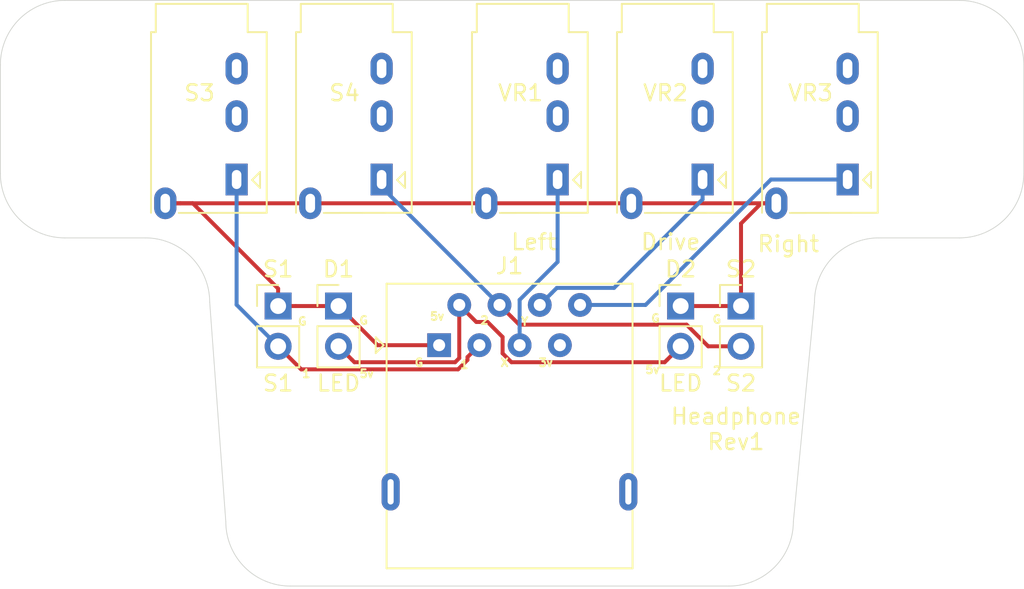
<source format=kicad_pcb>
(kicad_pcb (version 20171130) (host pcbnew "(5.1.2)-2")

  (general
    (thickness 1.6)
    (drawings 32)
    (tracks 57)
    (zones 0)
    (modules 14)
    (nets 19)
  )

  (page A4)
  (layers
    (0 F.Cu signal)
    (31 B.Cu signal)
    (32 B.Adhes user)
    (33 F.Adhes user)
    (34 B.Paste user)
    (35 F.Paste user)
    (36 B.SilkS user)
    (37 F.SilkS user)
    (38 B.Mask user)
    (39 F.Mask user)
    (40 Dwgs.User user)
    (41 Cmts.User user)
    (42 Eco1.User user)
    (43 Eco2.User user)
    (44 Edge.Cuts user)
    (45 Margin user)
    (46 B.CrtYd user)
    (47 F.CrtYd user)
    (48 B.Fab user)
    (49 F.Fab user)
  )

  (setup
    (last_trace_width 0.25)
    (trace_clearance 0.2)
    (zone_clearance 0.508)
    (zone_45_only no)
    (trace_min 0.2)
    (via_size 0.8)
    (via_drill 0.4)
    (via_min_size 0.4)
    (via_min_drill 0.3)
    (uvia_size 0.3)
    (uvia_drill 0.1)
    (uvias_allowed no)
    (uvia_min_size 0.2)
    (uvia_min_drill 0.1)
    (edge_width 0.05)
    (segment_width 0.2)
    (pcb_text_width 0.3)
    (pcb_text_size 1.5 1.5)
    (mod_edge_width 0.12)
    (mod_text_size 1 1)
    (mod_text_width 0.15)
    (pad_size 3.200001 3.200001)
    (pad_drill 3.200001)
    (pad_to_mask_clearance 0.051)
    (solder_mask_min_width 0.25)
    (aux_axis_origin 0 0)
    (visible_elements 7FFFFFFF)
    (pcbplotparams
      (layerselection 0x010fc_ffffffff)
      (usegerberextensions false)
      (usegerberattributes false)
      (usegerberadvancedattributes false)
      (creategerberjobfile false)
      (excludeedgelayer false)
      (linewidth 0.100000)
      (plotframeref false)
      (viasonmask false)
      (mode 1)
      (useauxorigin true)
      (hpglpennumber 1)
      (hpglpenspeed 20)
      (hpglpendiameter 15.000000)
      (psnegative false)
      (psa4output false)
      (plotreference true)
      (plotvalue true)
      (plotinvisibletext false)
      (padsonsilk false)
      (subtractmaskfromsilk false)
      (outputformat 1)
      (mirror false)
      (drillshape 0)
      (scaleselection 1)
      (outputdirectory "Gerbers/"))
  )

  (net 0 "")
  (net 1 "Net-(J1-Pad3)")
  (net 2 "Net-(J1-Pad4)")
  (net 3 "Net-(J1-Pad5)")
  (net 4 "Net-(J1-Pad6)")
  (net 5 "Net-(J1-Pad8)")
  (net 6 GND)
  (net 7 +5V)
  (net 8 +3V3)
  (net 9 "Net-(S3-PadR2)")
  (net 10 "Net-(S3-PadR1)")
  (net 11 "Net-(S4-PadR1)")
  (net 12 "Net-(S4-PadR2)")
  (net 13 "Net-(VR1-PadR1)")
  (net 14 "Net-(VR1-PadR2)")
  (net 15 "Net-(VR2-PadR2)")
  (net 16 "Net-(VR2-PadR1)")
  (net 17 "Net-(VR3-PadR1)")
  (net 18 "Net-(VR3-PadR2)")

  (net_class Default "This is the default net class."
    (clearance 0.2)
    (trace_width 0.25)
    (via_dia 0.8)
    (via_drill 0.4)
    (uvia_dia 0.3)
    (uvia_drill 0.1)
    (add_net +3V3)
    (add_net +5V)
    (add_net GND)
    (add_net "Net-(J1-Pad3)")
    (add_net "Net-(J1-Pad4)")
    (add_net "Net-(J1-Pad5)")
    (add_net "Net-(J1-Pad6)")
    (add_net "Net-(J1-Pad8)")
    (add_net "Net-(S3-PadR1)")
    (add_net "Net-(S3-PadR2)")
    (add_net "Net-(S4-PadR1)")
    (add_net "Net-(S4-PadR2)")
    (add_net "Net-(VR1-PadR1)")
    (add_net "Net-(VR1-PadR2)")
    (add_net "Net-(VR2-PadR1)")
    (add_net "Net-(VR2-PadR2)")
    (add_net "Net-(VR3-PadR1)")
    (add_net "Net-(VR3-PadR2)")
  )

  (module "Useful Modifications:RJ45_x08_Horizontal_tabs" (layer F.Cu) (tedit 5EE05F65) (tstamp 5D5936DD)
    (at 147.5105 93.004501)
    (descr "8 Pol Shallow Latch Connector, Modjack, RJ45 (https://cdn.amphenol-icc.com/media/wysiwyg/files/drawing/c-bmj-0102.pdf)")
    (tags RJ45)
    (path /5D58DD64)
    (fp_text reference J1 (at 4.445 -5) (layer F.SilkS)
      (effects (font (size 1 1) (thickness 0.15)))
    )
    (fp_text value 8P8C (at 4.445 4) (layer F.Fab)
      (effects (font (size 1 1) (thickness 0.15)))
    )
    (fp_line (start 12.205 -3.88) (end 12.205 8.06) (layer F.SilkS) (width 0.12))
    (fp_line (start 12.2047 10.4357) (end 12.2047 14.0757) (layer F.SilkS) (width 0.12))
    (fp_line (start 12.6 14.47) (end -3.71 14.47) (layer F.CrtYd) (width 0.05))
    (fp_line (start 12.6 14.47) (end 12.6 -4.27) (layer F.CrtYd) (width 0.05))
    (fp_line (start -3.71 -4.27) (end -3.71 14.47) (layer F.CrtYd) (width 0.05))
    (fp_line (start -3.71 -4.27) (end 12.6 -4.27) (layer F.CrtYd) (width 0.05))
    (fp_line (start -3.315 -3.88) (end -3.315 8.06) (layer F.SilkS) (width 0.12))
    (fp_line (start 12.205 -3.88) (end -3.315 -3.88) (layer F.SilkS) (width 0.12))
    (fp_line (start -3.315 10.44) (end -3.315 14.08) (layer F.SilkS) (width 0.12))
    (fp_line (start -3.315 14.08) (end 12.205 14.08) (layer F.SilkS) (width 0.12))
    (fp_line (start -3.205 -2.77) (end -2.205 -3.77) (layer F.Fab) (width 0.12))
    (fp_line (start -2.205 -3.77) (end 12.095 -3.77) (layer F.Fab) (width 0.12))
    (fp_line (start 12.095 -3.77) (end 12.095 13.97) (layer F.Fab) (width 0.12))
    (fp_line (start 12.095 13.97) (end -3.205 13.97) (layer F.Fab) (width 0.12))
    (fp_line (start -3.205 13.97) (end -3.205 -2.77) (layer F.Fab) (width 0.12))
    (fp_line (start -3.5 0) (end -4 -0.5) (layer F.SilkS) (width 0.12))
    (fp_line (start -4 -0.5) (end -4 0.5) (layer F.SilkS) (width 0.12))
    (fp_line (start -4 0.5) (end -3.5 0) (layer F.SilkS) (width 0.12))
    (fp_text user %R (at 4.445 2) (layer F.Fab)
      (effects (font (size 1 1) (thickness 0.15)))
    )
    (pad 10 thru_hole oval (at 11.938 9.25195) (size 1.14 2.362) (drill oval 0.381 1.6) (layers *.Cu *.Mask))
    (pad 9 thru_hole oval (at -3.0607 9.25195) (size 1.14 2.362) (drill oval 0.381 1.6) (layers *.Cu *.Mask))
    (pad 8 thru_hole circle (at 8.89 -2.54) (size 1.5 1.5) (drill 0.76) (layers *.Cu *.Mask)
      (net 5 "Net-(J1-Pad8)"))
    (pad 7 thru_hole circle (at 7.62 0) (size 1.5 1.5) (drill 0.76) (layers *.Cu *.Mask)
      (net 8 +3V3))
    (pad 6 thru_hole circle (at 6.35 -2.54) (size 1.5 1.5) (drill 0.76) (layers *.Cu *.Mask)
      (net 4 "Net-(J1-Pad6)"))
    (pad 5 thru_hole circle (at 5.08 0) (size 1.5 1.5) (drill 0.76) (layers *.Cu *.Mask)
      (net 3 "Net-(J1-Pad5)"))
    (pad 4 thru_hole circle (at 3.81 -2.54) (size 1.5 1.5) (drill 0.76) (layers *.Cu *.Mask)
      (net 2 "Net-(J1-Pad4)"))
    (pad 3 thru_hole circle (at 2.54 0) (size 1.5 1.5) (drill 0.76) (layers *.Cu *.Mask)
      (net 1 "Net-(J1-Pad3)"))
    (pad 2 thru_hole circle (at 1.27 -2.54) (size 1.5 1.5) (drill 0.76) (layers *.Cu *.Mask)
      (net 7 +5V))
    (pad 1 thru_hole rect (at 0 0) (size 1.5 1.5) (drill 0.76) (layers *.Cu *.Mask)
      (net 6 GND))
    (pad "" np_thru_hole circle (at -1.27 6.35) (size 3.200001 3.200001) (drill 3.200001) (layers *.Cu *.Mask))
    (pad "" np_thru_hole circle (at 10.16 6.35) (size 3.2 3.2) (drill 3.2) (layers *.Cu *.Mask))
    (model ${KISYS3DMOD}/Connector_RJ.3dshapes/RJ45_Amphenol_54602-x08_Horizontal.wrl
      (at (xyz 0 0 0))
      (scale (xyz 1 1 1))
      (rotate (xyz 0 0 0))
    )
  )

  (module MountingHole:MountingHole_3mm (layer F.Cu) (tedit 56D1B4CB) (tstamp 5D61F0F3)
    (at 138.0985 104.1375)
    (descr "Mounting Hole 3mm, no annular")
    (tags "mounting hole 3mm no annular")
    (attr virtual)
    (fp_text reference "" (at 0 -4) (layer F.SilkS)
      (effects (font (size 1 1) (thickness 0.15)))
    )
    (fp_text value "" (at 0 4) (layer F.Fab)
      (effects (font (size 1 1) (thickness 0.15)))
    )
    (fp_text user %R (at 0.3 0) (layer F.Fab)
      (effects (font (size 1 1) (thickness 0.15)))
    )
    (fp_circle (center 0 0) (end 3 0) (layer Cmts.User) (width 0.15))
    (fp_circle (center 0 0) (end 3.25 0) (layer F.CrtYd) (width 0.05))
    (pad 1 np_thru_hole circle (at 0 0) (size 3 3) (drill 3) (layers *.Cu *.Mask))
  )

  (module MountingHole:MountingHole_3mm (layer F.Cu) (tedit 56D1B4CB) (tstamp 5EE1662F)
    (at 125.0315 76.1365)
    (descr "Mounting Hole 3mm, no annular")
    (tags "mounting hole 3mm no annular")
    (attr virtual)
    (fp_text reference "" (at 0 -4) (layer F.SilkS)
      (effects (font (size 1 1) (thickness 0.15)))
    )
    (fp_text value "" (at 0 4) (layer F.Fab)
      (effects (font (size 1 1) (thickness 0.15)))
    )
    (fp_text user %R (at 0.3 0) (layer F.Fab)
      (effects (font (size 1 1) (thickness 0.15)))
    )
    (fp_circle (center 0 0) (end 3 0) (layer Cmts.User) (width 0.15))
    (fp_circle (center 0 0) (end 3.25 0) (layer F.CrtYd) (width 0.05))
    (pad 1 np_thru_hole circle (at 0 0) (size 3 3) (drill 3) (layers *.Cu *.Mask))
  )

  (module MountingHole:MountingHole_3mm (layer F.Cu) (tedit 56D1B4CB) (tstamp 5D61F059)
    (at 165.7985 104.1375)
    (descr "Mounting Hole 3mm, no annular")
    (tags "mounting hole 3mm no annular")
    (attr virtual)
    (fp_text reference "" (at 0 -4) (layer F.SilkS)
      (effects (font (size 1 1) (thickness 0.15)))
    )
    (fp_text value "" (at 0 4) (layer F.Fab)
      (effects (font (size 1 1) (thickness 0.15)))
    )
    (fp_text user %R (at 0.3 0) (layer F.Fab)
      (effects (font (size 1 1) (thickness 0.15)))
    )
    (fp_circle (center 0 0) (end 3 0) (layer Cmts.User) (width 0.15))
    (fp_circle (center 0 0) (end 3.25 0) (layer F.CrtYd) (width 0.05))
    (pad 1 np_thru_hole circle (at 0 0) (size 3 3) (drill 3) (layers *.Cu *.Mask))
  )

  (module MountingHole:MountingHole_3mm (layer F.Cu) (tedit 56D1B4CB) (tstamp 5EE165B4)
    (at 179.324 76.2)
    (descr "Mounting Hole 3mm, no annular")
    (tags "mounting hole 3mm no annular")
    (attr virtual)
    (fp_text reference "" (at 0 -4) (layer F.SilkS)
      (effects (font (size 1 1) (thickness 0.15)))
    )
    (fp_text value "" (at 0 4) (layer F.Fab)
      (effects (font (size 1 1) (thickness 0.15)))
    )
    (fp_circle (center 0 0) (end 3.25 0) (layer F.CrtYd) (width 0.05))
    (fp_circle (center 0 0) (end 3 0) (layer Cmts.User) (width 0.15))
    (fp_text user %R (at 0.3 0) (layer F.Fab)
      (effects (font (size 1 1) (thickness 0.15)))
    )
    (pad 1 np_thru_hole circle (at 0 0) (size 3 3) (drill 3) (layers *.Cu *.Mask))
  )

  (module Connector_PinHeader_2.54mm:PinHeader_1x02_P2.54mm_Vertical (layer F.Cu) (tedit 59FED5CC) (tstamp 5D5936A8)
    (at 141.1605 90.534501)
    (descr "Through hole straight pin header, 1x02, 2.54mm pitch, single row")
    (tags "Through hole pin header THT 1x02 2.54mm single row")
    (path /5D5BCD23)
    (fp_text reference D1 (at 0 -2.33) (layer F.SilkS)
      (effects (font (size 1 1) (thickness 0.15)))
    )
    (fp_text value LED (at 0 4.87) (layer F.SilkS)
      (effects (font (size 1 1) (thickness 0.15)))
    )
    (fp_line (start -0.635 -1.27) (end 1.27 -1.27) (layer F.Fab) (width 0.1))
    (fp_line (start 1.27 -1.27) (end 1.27 3.81) (layer F.Fab) (width 0.1))
    (fp_line (start 1.27 3.81) (end -1.27 3.81) (layer F.Fab) (width 0.1))
    (fp_line (start -1.27 3.81) (end -1.27 -0.635) (layer F.Fab) (width 0.1))
    (fp_line (start -1.27 -0.635) (end -0.635 -1.27) (layer F.Fab) (width 0.1))
    (fp_line (start -1.33 3.87) (end 1.33 3.87) (layer F.SilkS) (width 0.12))
    (fp_line (start -1.33 1.27) (end -1.33 3.87) (layer F.SilkS) (width 0.12))
    (fp_line (start 1.33 1.27) (end 1.33 3.87) (layer F.SilkS) (width 0.12))
    (fp_line (start -1.33 1.27) (end 1.33 1.27) (layer F.SilkS) (width 0.12))
    (fp_line (start -1.33 0) (end -1.33 -1.33) (layer F.SilkS) (width 0.12))
    (fp_line (start -1.33 -1.33) (end 0 -1.33) (layer F.SilkS) (width 0.12))
    (fp_line (start -1.8 -1.8) (end -1.8 4.35) (layer F.CrtYd) (width 0.05))
    (fp_line (start -1.8 4.35) (end 1.8 4.35) (layer F.CrtYd) (width 0.05))
    (fp_line (start 1.8 4.35) (end 1.8 -1.8) (layer F.CrtYd) (width 0.05))
    (fp_line (start 1.8 -1.8) (end -1.8 -1.8) (layer F.CrtYd) (width 0.05))
    (fp_text user %R (at 0 1.27 90) (layer F.Fab)
      (effects (font (size 1 1) (thickness 0.15)))
    )
    (pad 1 thru_hole rect (at 0 0) (size 1.7 1.7) (drill 1) (layers *.Cu *.Mask)
      (net 6 GND))
    (pad 2 thru_hole oval (at 0 2.54) (size 1.7 1.7) (drill 1) (layers *.Cu *.Mask)
      (net 7 +5V))
    (model ${KISYS3DMOD}/Connector_PinHeader_2.54mm.3dshapes/PinHeader_1x02_P2.54mm_Vertical.wrl
      (at (xyz 0 0 0))
      (scale (xyz 1 1 1))
      (rotate (xyz 0 0 0))
    )
  )

  (module Connector_PinHeader_2.54mm:PinHeader_1x02_P2.54mm_Vertical (layer F.Cu) (tedit 59FED5CC) (tstamp 5D5936BE)
    (at 162.7505 90.534501)
    (descr "Through hole straight pin header, 1x02, 2.54mm pitch, single row")
    (tags "Through hole pin header THT 1x02 2.54mm single row")
    (path /5D5BDD5B)
    (fp_text reference D2 (at 0 -2.33) (layer F.SilkS)
      (effects (font (size 1 1) (thickness 0.15)))
    )
    (fp_text value LED (at 0 4.87) (layer F.SilkS)
      (effects (font (size 1 1) (thickness 0.15)))
    )
    (fp_text user %R (at 0 1.27 90) (layer F.Fab)
      (effects (font (size 1 1) (thickness 0.15)))
    )
    (fp_line (start 1.8 -1.8) (end -1.8 -1.8) (layer F.CrtYd) (width 0.05))
    (fp_line (start 1.8 4.35) (end 1.8 -1.8) (layer F.CrtYd) (width 0.05))
    (fp_line (start -1.8 4.35) (end 1.8 4.35) (layer F.CrtYd) (width 0.05))
    (fp_line (start -1.8 -1.8) (end -1.8 4.35) (layer F.CrtYd) (width 0.05))
    (fp_line (start -1.33 -1.33) (end 0 -1.33) (layer F.SilkS) (width 0.12))
    (fp_line (start -1.33 0) (end -1.33 -1.33) (layer F.SilkS) (width 0.12))
    (fp_line (start -1.33 1.27) (end 1.33 1.27) (layer F.SilkS) (width 0.12))
    (fp_line (start 1.33 1.27) (end 1.33 3.87) (layer F.SilkS) (width 0.12))
    (fp_line (start -1.33 1.27) (end -1.33 3.87) (layer F.SilkS) (width 0.12))
    (fp_line (start -1.33 3.87) (end 1.33 3.87) (layer F.SilkS) (width 0.12))
    (fp_line (start -1.27 -0.635) (end -0.635 -1.27) (layer F.Fab) (width 0.1))
    (fp_line (start -1.27 3.81) (end -1.27 -0.635) (layer F.Fab) (width 0.1))
    (fp_line (start 1.27 3.81) (end -1.27 3.81) (layer F.Fab) (width 0.1))
    (fp_line (start 1.27 -1.27) (end 1.27 3.81) (layer F.Fab) (width 0.1))
    (fp_line (start -0.635 -1.27) (end 1.27 -1.27) (layer F.Fab) (width 0.1))
    (pad 2 thru_hole oval (at 0 2.54) (size 1.7 1.7) (drill 1) (layers *.Cu *.Mask)
      (net 7 +5V))
    (pad 1 thru_hole rect (at 0 0) (size 1.7 1.7) (drill 1) (layers *.Cu *.Mask)
      (net 6 GND))
    (model ${KISYS3DMOD}/Connector_PinHeader_2.54mm.3dshapes/PinHeader_1x02_P2.54mm_Vertical.wrl
      (at (xyz 0 0 0))
      (scale (xyz 1 1 1))
      (rotate (xyz 0 0 0))
    )
  )

  (module Connector_PinHeader_2.54mm:PinHeader_1x02_P2.54mm_Vertical (layer F.Cu) (tedit 59FED5CC) (tstamp 5D6AB5E6)
    (at 137.3505 90.534501)
    (descr "Through hole straight pin header, 1x02, 2.54mm pitch, single row")
    (tags "Through hole pin header THT 1x02 2.54mm single row")
    (path /5D5C01CF)
    (fp_text reference S1 (at 0 -2.33) (layer F.SilkS)
      (effects (font (size 1 1) (thickness 0.15)))
    )
    (fp_text value S1 (at 0 4.87) (layer F.SilkS)
      (effects (font (size 1 1) (thickness 0.15)))
    )
    (fp_text user %R (at 0 1.27 90) (layer F.Fab)
      (effects (font (size 1 1) (thickness 0.15)))
    )
    (fp_line (start 1.8 -1.8) (end -1.8 -1.8) (layer F.CrtYd) (width 0.05))
    (fp_line (start 1.8 4.35) (end 1.8 -1.8) (layer F.CrtYd) (width 0.05))
    (fp_line (start -1.8 4.35) (end 1.8 4.35) (layer F.CrtYd) (width 0.05))
    (fp_line (start -1.8 -1.8) (end -1.8 4.35) (layer F.CrtYd) (width 0.05))
    (fp_line (start -1.33 -1.33) (end 0 -1.33) (layer F.SilkS) (width 0.12))
    (fp_line (start -1.33 0) (end -1.33 -1.33) (layer F.SilkS) (width 0.12))
    (fp_line (start -1.33 1.27) (end 1.33 1.27) (layer F.SilkS) (width 0.12))
    (fp_line (start 1.33 1.27) (end 1.33 3.87) (layer F.SilkS) (width 0.12))
    (fp_line (start -1.33 1.27) (end -1.33 3.87) (layer F.SilkS) (width 0.12))
    (fp_line (start -1.33 3.87) (end 1.33 3.87) (layer F.SilkS) (width 0.12))
    (fp_line (start -1.27 -0.635) (end -0.635 -1.27) (layer F.Fab) (width 0.1))
    (fp_line (start -1.27 3.81) (end -1.27 -0.635) (layer F.Fab) (width 0.1))
    (fp_line (start 1.27 3.81) (end -1.27 3.81) (layer F.Fab) (width 0.1))
    (fp_line (start 1.27 -1.27) (end 1.27 3.81) (layer F.Fab) (width 0.1))
    (fp_line (start -0.635 -1.27) (end 1.27 -1.27) (layer F.Fab) (width 0.1))
    (pad 2 thru_hole oval (at 0 2.54) (size 1.7 1.7) (drill 1) (layers *.Cu *.Mask)
      (net 1 "Net-(J1-Pad3)"))
    (pad 1 thru_hole rect (at 0 0) (size 1.7 1.7) (drill 1) (layers *.Cu *.Mask)
      (net 6 GND))
    (model ${KISYS3DMOD}/Connector_PinHeader_2.54mm.3dshapes/PinHeader_1x02_P2.54mm_Vertical.wrl
      (at (xyz 0 0 0))
      (scale (xyz 1 1 1))
      (rotate (xyz 0 0 0))
    )
  )

  (module Connector_PinHeader_2.54mm:PinHeader_1x02_P2.54mm_Vertical (layer F.Cu) (tedit 59FED5CC) (tstamp 5D593709)
    (at 166.5605 90.534501)
    (descr "Through hole straight pin header, 1x02, 2.54mm pitch, single row")
    (tags "Through hole pin header THT 1x02 2.54mm single row")
    (path /5D5C346F)
    (fp_text reference S2 (at 0 -2.33) (layer F.SilkS)
      (effects (font (size 1 1) (thickness 0.15)))
    )
    (fp_text value S2 (at 0 4.87) (layer F.SilkS)
      (effects (font (size 1 1) (thickness 0.15)))
    )
    (fp_line (start -0.635 -1.27) (end 1.27 -1.27) (layer F.Fab) (width 0.1))
    (fp_line (start 1.27 -1.27) (end 1.27 3.81) (layer F.Fab) (width 0.1))
    (fp_line (start 1.27 3.81) (end -1.27 3.81) (layer F.Fab) (width 0.1))
    (fp_line (start -1.27 3.81) (end -1.27 -0.635) (layer F.Fab) (width 0.1))
    (fp_line (start -1.27 -0.635) (end -0.635 -1.27) (layer F.Fab) (width 0.1))
    (fp_line (start -1.33 3.87) (end 1.33 3.87) (layer F.SilkS) (width 0.12))
    (fp_line (start -1.33 1.27) (end -1.33 3.87) (layer F.SilkS) (width 0.12))
    (fp_line (start 1.33 1.27) (end 1.33 3.87) (layer F.SilkS) (width 0.12))
    (fp_line (start -1.33 1.27) (end 1.33 1.27) (layer F.SilkS) (width 0.12))
    (fp_line (start -1.33 0) (end -1.33 -1.33) (layer F.SilkS) (width 0.12))
    (fp_line (start -1.33 -1.33) (end 0 -1.33) (layer F.SilkS) (width 0.12))
    (fp_line (start -1.8 -1.8) (end -1.8 4.35) (layer F.CrtYd) (width 0.05))
    (fp_line (start -1.8 4.35) (end 1.8 4.35) (layer F.CrtYd) (width 0.05))
    (fp_line (start 1.8 4.35) (end 1.8 -1.8) (layer F.CrtYd) (width 0.05))
    (fp_line (start 1.8 -1.8) (end -1.8 -1.8) (layer F.CrtYd) (width 0.05))
    (fp_text user %R (at 0 1.27 90) (layer F.Fab)
      (effects (font (size 1 1) (thickness 0.15)))
    )
    (pad 1 thru_hole rect (at 0 0) (size 1.7 1.7) (drill 1) (layers *.Cu *.Mask)
      (net 6 GND))
    (pad 2 thru_hole oval (at 0 2.54) (size 1.7 1.7) (drill 1) (layers *.Cu *.Mask)
      (net 2 "Net-(J1-Pad4)"))
    (model ${KISYS3DMOD}/Connector_PinHeader_2.54mm.3dshapes/PinHeader_1x02_P2.54mm_Vertical.wrl
      (at (xyz 0 0 0))
      (scale (xyz 1 1 1))
      (rotate (xyz 0 0 0))
    )
  )

  (module "Useful Modifications:Jack_3.5mm_PJ320A_Horizontal_Short" (layer F.Cu) (tedit 5DD8AA7D) (tstamp 5EE16569)
    (at 130.230001 82.55)
    (descr "Headphones with microphone connector, 3.5mm, 4 pins (http://www.qingpu-electronics.com/en/products/WQP-PJ320E-177.html)")
    (tags "3.5mm jack mic microphone phones headphones 4pins audio plug")
    (path /5EE21518)
    (fp_text reference S3 (at 2.159 -5.461) (layer F.SilkS)
      (effects (font (size 1 1) (thickness 0.15)))
    )
    (fp_text value S1 (at 2.667 -9.8425) (layer F.Fab)
      (effects (font (size 1 1) (thickness 0.15)))
    )
    (fp_circle (center 0.9 0) (end 1.2 0.15) (layer F.Fab) (width 0.12))
    (fp_line (start -1.3 -11.184) (end 6.8 -11.184) (layer F.CrtYd) (width 0.05))
    (fp_line (start -0.6 -9.3) (end -0.6 -11.084) (layer F.SilkS) (width 0.12))
    (fp_line (start 5.2 -9.3) (end 5.2 -11.084) (layer F.SilkS) (width 0.12))
    (fp_line (start 6.4 -9.3) (end 6.4 2.1) (layer F.SilkS) (width 0.12))
    (fp_line (start 5.2 -11.084) (end -0.6 -11.084) (layer F.SilkS) (width 0.12))
    (fp_line (start -0.9 -9.3) (end -0.6 -9.3) (layer F.SilkS) (width 0.12))
    (fp_line (start 5.2 -9.3) (end 6.4 -9.3) (layer F.SilkS) (width 0.12))
    (fp_line (start 6.8 -11.184) (end 6.8 3) (layer F.CrtYd) (width 0.05))
    (fp_line (start -1.3 -11.184) (end -1.3 3) (layer F.CrtYd) (width 0.05))
    (fp_line (start -1.3 3) (end 6.8 3) (layer F.CrtYd) (width 0.05))
    (fp_line (start 0.8509 2.1082) (end 6.4 2.1) (layer F.SilkS) (width 0.12))
    (fp_line (start -0.9 -9.3) (end -0.9 2.1) (layer F.SilkS) (width 0.12))
    (fp_line (start 6.3 -9.2) (end 6.3 2) (layer F.Fab) (width 0.1))
    (fp_line (start 5.1 -9.2) (end 6.3 -9.2) (layer F.Fab) (width 0.1))
    (fp_line (start 5.1 -10.984) (end 5.1 -9.2) (layer F.Fab) (width 0.1))
    (fp_line (start -0.5 -10.984) (end 5.1 -10.984) (layer F.Fab) (width 0.1))
    (fp_line (start -0.5 -9.2) (end -0.5 -10.984) (layer F.Fab) (width 0.1))
    (fp_line (start -0.8 -9.2) (end -0.5 -9.2) (layer F.Fab) (width 0.1))
    (fp_line (start -0.8 2) (end -0.8 -9.2) (layer F.Fab) (width 0.1))
    (fp_line (start 6.3 2) (end 0.9271 2) (layer F.Fab) (width 0.1))
    (fp_line (start 5.4799 0.0254) (end 5.9799 0.5254) (layer F.SilkS) (width 0.12))
    (fp_line (start 5.9799 0.5254) (end 5.9799 -0.4746) (layer F.SilkS) (width 0.12))
    (fp_line (start 5.9799 -0.4746) (end 5.4799 0.0254) (layer F.SilkS) (width 0.12))
    (fp_text user %R (at 2.0955 -3.8735) (layer F.Fab)
      (effects (font (size 1 1) (thickness 0.15)))
    )
    (pad "" np_thru_hole circle (at 2 -1.5 270) (size 1.2 1.2) (drill 1.2) (layers *.Cu *.Mask))
    (pad "" np_thru_hole circle (at 2 -8.5 270) (size 1.2 1.2) (drill 1.2) (layers *.Cu *.Mask))
    (pad R2 thru_hole oval (at 4.5 -7 270) (size 2 1.4) (drill oval 1.2 0.6) (layers *.Cu *.Mask)
      (net 9 "Net-(S3-PadR2)"))
    (pad R1 thru_hole oval (at 4.5 -4 270) (size 2 1.4) (drill oval 1.2 0.6) (layers *.Cu *.Mask)
      (net 10 "Net-(S3-PadR1)"))
    (pad T thru_hole rect (at 4.5 0 270) (size 2 1.4) (drill oval 1.2 0.6) (layers *.Cu *.Mask)
      (net 1 "Net-(J1-Pad3)"))
    (pad S thru_hole oval (at 0 1.5 270) (size 2 1.4) (drill oval 1.2 0.6) (layers *.Cu *.Mask)
      (net 6 GND))
    (model ${KISYS3DMOD}/Connector_Audio.3dshapes/Jack_3.5mm_PJ320E_Horizontal.wrl
      (at (xyz 0 0 0))
      (scale (xyz 1 1 1))
      (rotate (xyz 0 0 0))
    )
  )

  (module "Useful Modifications:Jack_3.5mm_PJ320A_Horizontal_Short" (layer F.Cu) (tedit 5DD8AA7D) (tstamp 5EE1665F)
    (at 139.380001 82.55)
    (descr "Headphones with microphone connector, 3.5mm, 4 pins (http://www.qingpu-electronics.com/en/products/WQP-PJ320E-177.html)")
    (tags "3.5mm jack mic microphone phones headphones 4pins audio plug")
    (path /5EE20781)
    (fp_text reference S4 (at 2.159 -5.461) (layer F.SilkS)
      (effects (font (size 1 1) (thickness 0.15)))
    )
    (fp_text value S2 (at 2.667 -9.8425) (layer F.Fab)
      (effects (font (size 1 1) (thickness 0.15)))
    )
    (fp_text user %R (at 2.0955 -3.8735) (layer F.Fab)
      (effects (font (size 1 1) (thickness 0.15)))
    )
    (fp_line (start 5.9799 -0.4746) (end 5.4799 0.0254) (layer F.SilkS) (width 0.12))
    (fp_line (start 5.9799 0.5254) (end 5.9799 -0.4746) (layer F.SilkS) (width 0.12))
    (fp_line (start 5.4799 0.0254) (end 5.9799 0.5254) (layer F.SilkS) (width 0.12))
    (fp_line (start 6.3 2) (end 0.9271 2) (layer F.Fab) (width 0.1))
    (fp_line (start -0.8 2) (end -0.8 -9.2) (layer F.Fab) (width 0.1))
    (fp_line (start -0.8 -9.2) (end -0.5 -9.2) (layer F.Fab) (width 0.1))
    (fp_line (start -0.5 -9.2) (end -0.5 -10.984) (layer F.Fab) (width 0.1))
    (fp_line (start -0.5 -10.984) (end 5.1 -10.984) (layer F.Fab) (width 0.1))
    (fp_line (start 5.1 -10.984) (end 5.1 -9.2) (layer F.Fab) (width 0.1))
    (fp_line (start 5.1 -9.2) (end 6.3 -9.2) (layer F.Fab) (width 0.1))
    (fp_line (start 6.3 -9.2) (end 6.3 2) (layer F.Fab) (width 0.1))
    (fp_line (start -0.9 -9.3) (end -0.9 2.1) (layer F.SilkS) (width 0.12))
    (fp_line (start 0.8509 2.1082) (end 6.4 2.1) (layer F.SilkS) (width 0.12))
    (fp_line (start -1.3 3) (end 6.8 3) (layer F.CrtYd) (width 0.05))
    (fp_line (start -1.3 -11.184) (end -1.3 3) (layer F.CrtYd) (width 0.05))
    (fp_line (start 6.8 -11.184) (end 6.8 3) (layer F.CrtYd) (width 0.05))
    (fp_line (start 5.2 -9.3) (end 6.4 -9.3) (layer F.SilkS) (width 0.12))
    (fp_line (start -0.9 -9.3) (end -0.6 -9.3) (layer F.SilkS) (width 0.12))
    (fp_line (start 5.2 -11.084) (end -0.6 -11.084) (layer F.SilkS) (width 0.12))
    (fp_line (start 6.4 -9.3) (end 6.4 2.1) (layer F.SilkS) (width 0.12))
    (fp_line (start 5.2 -9.3) (end 5.2 -11.084) (layer F.SilkS) (width 0.12))
    (fp_line (start -0.6 -9.3) (end -0.6 -11.084) (layer F.SilkS) (width 0.12))
    (fp_line (start -1.3 -11.184) (end 6.8 -11.184) (layer F.CrtYd) (width 0.05))
    (fp_circle (center 0.9 0) (end 1.2 0.15) (layer F.Fab) (width 0.12))
    (pad S thru_hole oval (at 0 1.5 270) (size 2 1.4) (drill oval 1.2 0.6) (layers *.Cu *.Mask)
      (net 6 GND))
    (pad T thru_hole rect (at 4.5 0 270) (size 2 1.4) (drill oval 1.2 0.6) (layers *.Cu *.Mask)
      (net 2 "Net-(J1-Pad4)"))
    (pad R1 thru_hole oval (at 4.5 -4 270) (size 2 1.4) (drill oval 1.2 0.6) (layers *.Cu *.Mask)
      (net 11 "Net-(S4-PadR1)"))
    (pad R2 thru_hole oval (at 4.5 -7 270) (size 2 1.4) (drill oval 1.2 0.6) (layers *.Cu *.Mask)
      (net 12 "Net-(S4-PadR2)"))
    (pad "" np_thru_hole circle (at 2 -8.5 270) (size 1.2 1.2) (drill 1.2) (layers *.Cu *.Mask))
    (pad "" np_thru_hole circle (at 2 -1.5 270) (size 1.2 1.2) (drill 1.2) (layers *.Cu *.Mask))
    (model ${KISYS3DMOD}/Connector_Audio.3dshapes/Jack_3.5mm_PJ320E_Horizontal.wrl
      (at (xyz 0 0 0))
      (scale (xyz 1 1 1))
      (rotate (xyz 0 0 0))
    )
  )

  (module "Useful Modifications:Jack_3.5mm_PJ320A_Horizontal_Short" (layer F.Cu) (tedit 5DD8AA7D) (tstamp 5EE1672B)
    (at 150.486501 82.55)
    (descr "Headphones with microphone connector, 3.5mm, 4 pins (http://www.qingpu-electronics.com/en/products/WQP-PJ320E-177.html)")
    (tags "3.5mm jack mic microphone phones headphones 4pins audio plug")
    (path /5D5C41B7)
    (fp_text reference VR1 (at 2.159 -5.461) (layer F.SilkS)
      (effects (font (size 1 1) (thickness 0.15)))
    )
    (fp_text value Left (at 2.992999 3.937) (layer F.SilkS)
      (effects (font (size 1 1) (thickness 0.15)))
    )
    (fp_text user %R (at 2.0955 -3.8735) (layer F.Fab)
      (effects (font (size 1 1) (thickness 0.15)))
    )
    (fp_line (start 5.9799 -0.4746) (end 5.4799 0.0254) (layer F.SilkS) (width 0.12))
    (fp_line (start 5.9799 0.5254) (end 5.9799 -0.4746) (layer F.SilkS) (width 0.12))
    (fp_line (start 5.4799 0.0254) (end 5.9799 0.5254) (layer F.SilkS) (width 0.12))
    (fp_line (start 6.3 2) (end 0.9271 2) (layer F.Fab) (width 0.1))
    (fp_line (start -0.8 2) (end -0.8 -9.2) (layer F.Fab) (width 0.1))
    (fp_line (start -0.8 -9.2) (end -0.5 -9.2) (layer F.Fab) (width 0.1))
    (fp_line (start -0.5 -9.2) (end -0.5 -10.984) (layer F.Fab) (width 0.1))
    (fp_line (start -0.5 -10.984) (end 5.1 -10.984) (layer F.Fab) (width 0.1))
    (fp_line (start 5.1 -10.984) (end 5.1 -9.2) (layer F.Fab) (width 0.1))
    (fp_line (start 5.1 -9.2) (end 6.3 -9.2) (layer F.Fab) (width 0.1))
    (fp_line (start 6.3 -9.2) (end 6.3 2) (layer F.Fab) (width 0.1))
    (fp_line (start -0.9 -9.3) (end -0.9 2.1) (layer F.SilkS) (width 0.12))
    (fp_line (start 0.8509 2.1082) (end 6.4 2.1) (layer F.SilkS) (width 0.12))
    (fp_line (start -1.3 3) (end 6.8 3) (layer F.CrtYd) (width 0.05))
    (fp_line (start -1.3 -11.184) (end -1.3 3) (layer F.CrtYd) (width 0.05))
    (fp_line (start 6.8 -11.184) (end 6.8 3) (layer F.CrtYd) (width 0.05))
    (fp_line (start 5.2 -9.3) (end 6.4 -9.3) (layer F.SilkS) (width 0.12))
    (fp_line (start -0.9 -9.3) (end -0.6 -9.3) (layer F.SilkS) (width 0.12))
    (fp_line (start 5.2 -11.084) (end -0.6 -11.084) (layer F.SilkS) (width 0.12))
    (fp_line (start 6.4 -9.3) (end 6.4 2.1) (layer F.SilkS) (width 0.12))
    (fp_line (start 5.2 -9.3) (end 5.2 -11.084) (layer F.SilkS) (width 0.12))
    (fp_line (start -0.6 -9.3) (end -0.6 -11.084) (layer F.SilkS) (width 0.12))
    (fp_line (start -1.3 -11.184) (end 6.8 -11.184) (layer F.CrtYd) (width 0.05))
    (fp_circle (center 0.9 0) (end 1.2 0.15) (layer F.Fab) (width 0.12))
    (pad S thru_hole oval (at 0 1.5 270) (size 2 1.4) (drill oval 1.2 0.6) (layers *.Cu *.Mask)
      (net 6 GND))
    (pad T thru_hole rect (at 4.5 0 270) (size 2 1.4) (drill oval 1.2 0.6) (layers *.Cu *.Mask)
      (net 3 "Net-(J1-Pad5)"))
    (pad R1 thru_hole oval (at 4.5 -4 270) (size 2 1.4) (drill oval 1.2 0.6) (layers *.Cu *.Mask)
      (net 13 "Net-(VR1-PadR1)"))
    (pad R2 thru_hole oval (at 4.5 -7 270) (size 2 1.4) (drill oval 1.2 0.6) (layers *.Cu *.Mask)
      (net 14 "Net-(VR1-PadR2)"))
    (pad "" np_thru_hole circle (at 2 -8.5 270) (size 1.2 1.2) (drill 1.2) (layers *.Cu *.Mask))
    (pad "" np_thru_hole circle (at 2 -1.5 270) (size 1.2 1.2) (drill 1.2) (layers *.Cu *.Mask))
    (model ${KISYS3DMOD}/Connector_Audio.3dshapes/Jack_3.5mm_PJ320E_Horizontal.wrl
      (at (xyz 0 0 0))
      (scale (xyz 1 1 1))
      (rotate (xyz 0 0 0))
    )
  )

  (module "Useful Modifications:Jack_3.5mm_PJ320A_Horizontal_Short" (layer F.Cu) (tedit 5DD8AA7D) (tstamp 5EE165E4)
    (at 159.636501 82.55)
    (descr "Headphones with microphone connector, 3.5mm, 4 pins (http://www.qingpu-electronics.com/en/products/WQP-PJ320E-177.html)")
    (tags "3.5mm jack mic microphone phones headphones 4pins audio plug")
    (path /5D5C5C5F)
    (fp_text reference VR2 (at 2.159 -5.461) (layer F.SilkS)
      (effects (font (size 1 1) (thickness 0.15)))
    )
    (fp_text value Drive (at 2.478999 3.937) (layer F.SilkS)
      (effects (font (size 1 1) (thickness 0.15)))
    )
    (fp_circle (center 0.9 0) (end 1.2 0.15) (layer F.Fab) (width 0.12))
    (fp_line (start -1.3 -11.184) (end 6.8 -11.184) (layer F.CrtYd) (width 0.05))
    (fp_line (start -0.6 -9.3) (end -0.6 -11.084) (layer F.SilkS) (width 0.12))
    (fp_line (start 5.2 -9.3) (end 5.2 -11.084) (layer F.SilkS) (width 0.12))
    (fp_line (start 6.4 -9.3) (end 6.4 2.1) (layer F.SilkS) (width 0.12))
    (fp_line (start 5.2 -11.084) (end -0.6 -11.084) (layer F.SilkS) (width 0.12))
    (fp_line (start -0.9 -9.3) (end -0.6 -9.3) (layer F.SilkS) (width 0.12))
    (fp_line (start 5.2 -9.3) (end 6.4 -9.3) (layer F.SilkS) (width 0.12))
    (fp_line (start 6.8 -11.184) (end 6.8 3) (layer F.CrtYd) (width 0.05))
    (fp_line (start -1.3 -11.184) (end -1.3 3) (layer F.CrtYd) (width 0.05))
    (fp_line (start -1.3 3) (end 6.8 3) (layer F.CrtYd) (width 0.05))
    (fp_line (start 0.8509 2.1082) (end 6.4 2.1) (layer F.SilkS) (width 0.12))
    (fp_line (start -0.9 -9.3) (end -0.9 2.1) (layer F.SilkS) (width 0.12))
    (fp_line (start 6.3 -9.2) (end 6.3 2) (layer F.Fab) (width 0.1))
    (fp_line (start 5.1 -9.2) (end 6.3 -9.2) (layer F.Fab) (width 0.1))
    (fp_line (start 5.1 -10.984) (end 5.1 -9.2) (layer F.Fab) (width 0.1))
    (fp_line (start -0.5 -10.984) (end 5.1 -10.984) (layer F.Fab) (width 0.1))
    (fp_line (start -0.5 -9.2) (end -0.5 -10.984) (layer F.Fab) (width 0.1))
    (fp_line (start -0.8 -9.2) (end -0.5 -9.2) (layer F.Fab) (width 0.1))
    (fp_line (start -0.8 2) (end -0.8 -9.2) (layer F.Fab) (width 0.1))
    (fp_line (start 6.3 2) (end 0.9271 2) (layer F.Fab) (width 0.1))
    (fp_line (start 5.4799 0.0254) (end 5.9799 0.5254) (layer F.SilkS) (width 0.12))
    (fp_line (start 5.9799 0.5254) (end 5.9799 -0.4746) (layer F.SilkS) (width 0.12))
    (fp_line (start 5.9799 -0.4746) (end 5.4799 0.0254) (layer F.SilkS) (width 0.12))
    (fp_text user %R (at 2.0955 -3.8735) (layer F.Fab)
      (effects (font (size 1 1) (thickness 0.15)))
    )
    (pad "" np_thru_hole circle (at 2 -1.5 270) (size 1.2 1.2) (drill 1.2) (layers *.Cu *.Mask))
    (pad "" np_thru_hole circle (at 2 -8.5 270) (size 1.2 1.2) (drill 1.2) (layers *.Cu *.Mask))
    (pad R2 thru_hole oval (at 4.5 -7 270) (size 2 1.4) (drill oval 1.2 0.6) (layers *.Cu *.Mask)
      (net 15 "Net-(VR2-PadR2)"))
    (pad R1 thru_hole oval (at 4.5 -4 270) (size 2 1.4) (drill oval 1.2 0.6) (layers *.Cu *.Mask)
      (net 16 "Net-(VR2-PadR1)"))
    (pad T thru_hole rect (at 4.5 0 270) (size 2 1.4) (drill oval 1.2 0.6) (layers *.Cu *.Mask)
      (net 4 "Net-(J1-Pad6)"))
    (pad S thru_hole oval (at 0 1.5 270) (size 2 1.4) (drill oval 1.2 0.6) (layers *.Cu *.Mask)
      (net 6 GND))
    (model ${KISYS3DMOD}/Connector_Audio.3dshapes/Jack_3.5mm_PJ320E_Horizontal.wrl
      (at (xyz 0 0 0))
      (scale (xyz 1 1 1))
      (rotate (xyz 0 0 0))
    )
  )

  (module "Useful Modifications:Jack_3.5mm_PJ320A_Horizontal_Short" (layer F.Cu) (tedit 5DD8AA7D) (tstamp 5EE166C5)
    (at 168.786501 82.55)
    (descr "Headphones with microphone connector, 3.5mm, 4 pins (http://www.qingpu-electronics.com/en/products/WQP-PJ320E-177.html)")
    (tags "3.5mm jack mic microphone phones headphones 4pins audio plug")
    (path /5EE05BA7)
    (fp_text reference VR3 (at 2.159 -5.461) (layer F.SilkS)
      (effects (font (size 1 1) (thickness 0.15)))
    )
    (fp_text value Right (at 0.758499 4.064) (layer F.SilkS)
      (effects (font (size 1 1) (thickness 0.15)))
    )
    (fp_text user %R (at 2.0955 -3.8735) (layer F.Fab)
      (effects (font (size 1 1) (thickness 0.15)))
    )
    (fp_line (start 5.9799 -0.4746) (end 5.4799 0.0254) (layer F.SilkS) (width 0.12))
    (fp_line (start 5.9799 0.5254) (end 5.9799 -0.4746) (layer F.SilkS) (width 0.12))
    (fp_line (start 5.4799 0.0254) (end 5.9799 0.5254) (layer F.SilkS) (width 0.12))
    (fp_line (start 6.3 2) (end 0.9271 2) (layer F.Fab) (width 0.1))
    (fp_line (start -0.8 2) (end -0.8 -9.2) (layer F.Fab) (width 0.1))
    (fp_line (start -0.8 -9.2) (end -0.5 -9.2) (layer F.Fab) (width 0.1))
    (fp_line (start -0.5 -9.2) (end -0.5 -10.984) (layer F.Fab) (width 0.1))
    (fp_line (start -0.5 -10.984) (end 5.1 -10.984) (layer F.Fab) (width 0.1))
    (fp_line (start 5.1 -10.984) (end 5.1 -9.2) (layer F.Fab) (width 0.1))
    (fp_line (start 5.1 -9.2) (end 6.3 -9.2) (layer F.Fab) (width 0.1))
    (fp_line (start 6.3 -9.2) (end 6.3 2) (layer F.Fab) (width 0.1))
    (fp_line (start -0.9 -9.3) (end -0.9 2.1) (layer F.SilkS) (width 0.12))
    (fp_line (start 0.8509 2.1082) (end 6.4 2.1) (layer F.SilkS) (width 0.12))
    (fp_line (start -1.3 3) (end 6.8 3) (layer F.CrtYd) (width 0.05))
    (fp_line (start -1.3 -11.184) (end -1.3 3) (layer F.CrtYd) (width 0.05))
    (fp_line (start 6.8 -11.184) (end 6.8 3) (layer F.CrtYd) (width 0.05))
    (fp_line (start 5.2 -9.3) (end 6.4 -9.3) (layer F.SilkS) (width 0.12))
    (fp_line (start -0.9 -9.3) (end -0.6 -9.3) (layer F.SilkS) (width 0.12))
    (fp_line (start 5.2 -11.084) (end -0.6 -11.084) (layer F.SilkS) (width 0.12))
    (fp_line (start 6.4 -9.3) (end 6.4 2.1) (layer F.SilkS) (width 0.12))
    (fp_line (start 5.2 -9.3) (end 5.2 -11.084) (layer F.SilkS) (width 0.12))
    (fp_line (start -0.6 -9.3) (end -0.6 -11.084) (layer F.SilkS) (width 0.12))
    (fp_line (start -1.3 -11.184) (end 6.8 -11.184) (layer F.CrtYd) (width 0.05))
    (fp_circle (center 0.9 0) (end 1.2 0.15) (layer F.Fab) (width 0.12))
    (pad S thru_hole oval (at 0 1.5 270) (size 2 1.4) (drill oval 1.2 0.6) (layers *.Cu *.Mask)
      (net 6 GND))
    (pad T thru_hole rect (at 4.5 0 270) (size 2 1.4) (drill oval 1.2 0.6) (layers *.Cu *.Mask)
      (net 5 "Net-(J1-Pad8)"))
    (pad R1 thru_hole oval (at 4.5 -4 270) (size 2 1.4) (drill oval 1.2 0.6) (layers *.Cu *.Mask)
      (net 17 "Net-(VR3-PadR1)"))
    (pad R2 thru_hole oval (at 4.5 -7 270) (size 2 1.4) (drill oval 1.2 0.6) (layers *.Cu *.Mask)
      (net 18 "Net-(VR3-PadR2)"))
    (pad "" np_thru_hole circle (at 2 -8.5 270) (size 1.2 1.2) (drill 1.2) (layers *.Cu *.Mask))
    (pad "" np_thru_hole circle (at 2 -1.5 270) (size 1.2 1.2) (drill 1.2) (layers *.Cu *.Mask))
    (model ${KISYS3DMOD}/Connector_Audio.3dshapes/Jack_3.5mm_PJ320E_Horizontal.wrl
      (at (xyz 0 0 0))
      (scale (xyz 1 1 1))
      (rotate (xyz 0 0 0))
    )
  )

  (gr_line (start 123.8885 86.233) (end 128.9685 86.233) (layer Edge.Cuts) (width 0.05) (tstamp 5EE168E5))
  (gr_line (start 175.26 86.233) (end 180.34 86.233) (layer Edge.Cuts) (width 0.05) (tstamp 5EE168E4))
  (gr_line (start 171.196 90.297) (end 169.8625 104.14) (layer Edge.Cuts) (width 0.05) (tstamp 5EE168E3))
  (gr_line (start 133.0325 90.297) (end 134.0485 104.14) (layer Edge.Cuts) (width 0.05) (tstamp 5EE168E2))
  (gr_arc (start 175.26 90.297) (end 175.26 86.233) (angle -90) (layer Edge.Cuts) (width 0.05) (tstamp 5EE162B2))
  (gr_arc (start 180.34 82.169) (end 180.34 86.233) (angle -90) (layer Edge.Cuts) (width 0.05) (tstamp 5EE16782))
  (gr_arc (start 128.9685 90.297) (end 133.0325 90.297) (angle -90) (layer Edge.Cuts) (width 0.05) (tstamp 5EE168B6))
  (gr_arc (start 123.8885 82.169) (end 119.8245 82.169) (angle -90) (layer Edge.Cuts) (width 0.05) (tstamp 5EE16779))
  (gr_line (start 184.404 75.311) (end 184.404 82.169) (layer Edge.Cuts) (width 0.05) (tstamp 5EE1677C))
  (gr_line (start 119.8245 75.311) (end 119.8245 82.169) (layer Edge.Cuts) (width 0.05) (tstamp 5EE1677F))
  (gr_text 2 (at 165.0365 94.615) (layer F.SilkS) (tstamp 5D6AB554)
    (effects (font (size 0.5 0.5) (thickness 0.125)))
  )
  (gr_text G (at 165.0365 91.3765) (layer F.SilkS) (tstamp 5D6AB554)
    (effects (font (size 0.5 0.5) (thickness 0.125)))
  )
  (gr_text G (at 161.163 91.313) (layer F.SilkS) (tstamp 5D6AB554)
    (effects (font (size 0.5 0.5) (thickness 0.125)))
  )
  (gr_text 5v (at 160.9725 94.5515) (layer F.SilkS) (tstamp 5D6AB554)
    (effects (font (size 0.5 0.5) (thickness 0.125)))
  )
  (gr_text 3v (at 154.2415 94.107) (layer F.SilkS) (tstamp 5D6AB554)
    (effects (font (size 0.5 0.5) (thickness 0.125)))
  )
  (gr_text Y (at 152.908 91.5035) (layer F.SilkS) (tstamp 5D6AB554)
    (effects (font (size 0.5 0.5) (thickness 0.125)))
  )
  (gr_text X (at 151.638 94.107) (layer F.SilkS) (tstamp 5D6AB67E)
    (effects (font (size 0.5 0.5) (thickness 0.125)))
  )
  (gr_text 1 (at 139.1285 94.8055) (layer F.SilkS) (tstamp 5D6AB615)
    (effects (font (size 0.5 0.5) (thickness 0.125)))
  )
  (gr_text G (at 138.8745 91.5035) (layer F.SilkS) (tstamp 5D6AB554)
    (effects (font (size 0.5 0.5) (thickness 0.125)))
  )
  (gr_text G (at 142.748 91.44) (layer F.SilkS) (tstamp 5D6AB55D)
    (effects (font (size 0.5 0.5) (thickness 0.125)))
  )
  (gr_text 5v (at 142.9385 94.8055) (layer F.SilkS) (tstamp 5D6AB554)
    (effects (font (size 0.5 0.5) (thickness 0.125)))
  )
  (gr_text 2 (at 150.368 91.44) (layer F.SilkS) (tstamp 5D6AB554)
    (effects (font (size 0.5 0.5) (thickness 0.125)))
  )
  (gr_text 1 (at 149.098 94.234) (layer F.SilkS) (tstamp 5D6AB554)
    (effects (font (size 0.5 0.5) (thickness 0.125)))
  )
  (gr_text 5v (at 147.3835 91.186) (layer F.SilkS)
    (effects (font (size 0.5 0.5) (thickness 0.125)))
  )
  (gr_text G (at 146.2405 94.107) (layer F.SilkS)
    (effects (font (size 0.5 0.5) (thickness 0.125)))
  )
  (gr_text "Headphone\nRev1" (at 166.243 98.298) (layer F.SilkS)
    (effects (font (size 1 1) (thickness 0.15)))
  )
  (gr_arc (start 138.1125 104.14) (end 134.0485 104.14) (angle -90) (layer Edge.Cuts) (width 0.05) (tstamp 5EE1624B))
  (gr_line (start 165.7985 108.204) (end 138.1125 108.204) (layer Edge.Cuts) (width 0.05))
  (gr_arc (start 165.7985 104.14) (end 165.7985 108.204) (angle -90) (layer Edge.Cuts) (width 0.05) (tstamp 5D61F16A))
  (gr_line (start 180.34 71.247) (end 123.8885 71.247) (layer Edge.Cuts) (width 0.05) (tstamp 5EE16770))
  (gr_arc (start 123.8885 75.311) (end 123.8885 71.247) (angle -90) (layer Edge.Cuts) (width 0.05) (tstamp 5EE16776))
  (gr_arc (start 180.34 75.311) (end 184.404 75.311) (angle -90) (layer Edge.Cuts) (width 0.05) (tstamp 5EE16773))

  (segment (start 149.300501 93.7545) (end 150.0505 93.004501) (width 0.25) (layer F.Cu) (net 1))
  (segment (start 149.300501 93.935912) (end 149.300501 93.7545) (width 0.25) (layer F.Cu) (net 1))
  (segment (start 148.706902 94.529511) (end 149.300501 93.935912) (width 0.25) (layer F.Cu) (net 1))
  (segment (start 138.805511 94.529512) (end 148.706902 94.529511) (width 0.25) (layer F.Cu) (net 1))
  (segment (start 137.3505 93.074501) (end 138.805511 94.529512) (width 0.25) (layer F.Cu) (net 1))
  (segment (start 134.730001 90.454002) (end 134.730001 82.55) (width 0.25) (layer B.Cu) (net 1))
  (segment (start 137.3505 93.074501) (end 134.730001 90.454002) (width 0.25) (layer B.Cu) (net 1))
  (segment (start 152.070499 91.2145) (end 151.3205 90.464501) (width 0.25) (layer F.Cu) (net 2))
  (segment (start 152.565501 91.709502) (end 152.070499 91.2145) (width 0.25) (layer F.Cu) (net 2))
  (segment (start 163.124503 91.709502) (end 152.565501 91.709502) (width 0.25) (layer F.Cu) (net 2))
  (segment (start 164.489502 93.074501) (end 163.124503 91.709502) (width 0.25) (layer F.Cu) (net 2))
  (segment (start 166.5605 93.074501) (end 164.489502 93.074501) (width 0.25) (layer F.Cu) (net 2))
  (segment (start 150.570501 89.714502) (end 151.3205 90.464501) (width 0.25) (layer B.Cu) (net 2))
  (segment (start 143.880001 83.024002) (end 150.570501 89.714502) (width 0.25) (layer B.Cu) (net 2))
  (segment (start 143.880001 82.55) (end 143.880001 83.024002) (width 0.25) (layer B.Cu) (net 2))
  (segment (start 152.5905 91.943841) (end 152.5905 93.004501) (width 0.25) (layer B.Cu) (net 3))
  (segment (start 152.5905 90.143499) (end 152.5905 91.943841) (width 0.25) (layer B.Cu) (net 3))
  (segment (start 154.986501 87.747498) (end 152.5905 90.143499) (width 0.25) (layer B.Cu) (net 3))
  (segment (start 154.986501 82.55) (end 154.986501 87.747498) (width 0.25) (layer B.Cu) (net 3))
  (segment (start 154.610499 89.714502) (end 153.8605 90.464501) (width 0.25) (layer B.Cu) (net 4))
  (segment (start 154.935501 89.3895) (end 154.610499 89.714502) (width 0.25) (layer B.Cu) (net 4))
  (segment (start 158.547001 89.3895) (end 154.935501 89.3895) (width 0.25) (layer B.Cu) (net 4))
  (segment (start 164.136501 83.8) (end 158.547001 89.3895) (width 0.25) (layer B.Cu) (net 4))
  (segment (start 164.136501 82.55) (end 164.136501 83.8) (width 0.25) (layer B.Cu) (net 4))
  (segment (start 172.336501 82.55) (end 173.286501 82.55) (width 0.25) (layer B.Cu) (net 5))
  (segment (start 168.449999 82.55) (end 172.336501 82.55) (width 0.25) (layer B.Cu) (net 5))
  (segment (start 160.535498 90.464501) (end 168.449999 82.55) (width 0.25) (layer B.Cu) (net 5))
  (segment (start 156.4005 90.464501) (end 160.535498 90.464501) (width 0.25) (layer B.Cu) (net 5))
  (segment (start 130.230001 84.05) (end 139.380001 84.05) (width 0.25) (layer F.Cu) (net 6))
  (segment (start 139.380001 84.05) (end 150.486501 84.05) (width 0.25) (layer F.Cu) (net 6))
  (segment (start 150.486501 84.05) (end 159.636501 84.05) (width 0.25) (layer F.Cu) (net 6))
  (segment (start 159.636501 84.05) (end 168.786501 84.05) (width 0.25) (layer F.Cu) (net 6))
  (segment (start 138.4505 90.534501) (end 141.1605 90.534501) (width 0.25) (layer F.Cu) (net 6))
  (segment (start 137.3505 90.534501) (end 138.4505 90.534501) (width 0.25) (layer F.Cu) (net 6))
  (segment (start 131.180001 84.05) (end 130.230001 84.05) (width 0.25) (layer F.Cu) (net 6))
  (segment (start 131.965999 84.05) (end 131.180001 84.05) (width 0.25) (layer F.Cu) (net 6))
  (segment (start 137.3505 89.434501) (end 131.965999 84.05) (width 0.25) (layer F.Cu) (net 6))
  (segment (start 137.3505 90.534501) (end 137.3505 89.434501) (width 0.25) (layer F.Cu) (net 6))
  (segment (start 162.7505 90.534501) (end 166.5605 90.534501) (width 0.25) (layer F.Cu) (net 6))
  (segment (start 167.836501 84.05) (end 168.786501 84.05) (width 0.25) (layer F.Cu) (net 6))
  (segment (start 166.5605 85.326001) (end 167.836501 84.05) (width 0.25) (layer F.Cu) (net 6))
  (segment (start 166.5605 90.534501) (end 166.5605 85.326001) (width 0.25) (layer F.Cu) (net 6))
  (segment (start 143.6305 93.004501) (end 141.1605 90.534501) (width 0.25) (layer F.Cu) (net 6))
  (segment (start 147.5105 93.004501) (end 143.6305 93.004501) (width 0.25) (layer F.Cu) (net 6))
  (segment (start 161.900501 93.9245) (end 162.7505 93.074501) (width 0.25) (layer F.Cu) (net 7))
  (segment (start 161.745499 94.079502) (end 161.900501 93.9245) (width 0.25) (layer F.Cu) (net 7))
  (segment (start 152.074499 94.079502) (end 161.745499 94.079502) (width 0.25) (layer F.Cu) (net 7))
  (segment (start 151.515499 93.520502) (end 152.074499 94.079502) (width 0.25) (layer F.Cu) (net 7))
  (segment (start 151.515499 92.4885) (end 151.515499 93.520502) (width 0.25) (layer F.Cu) (net 7))
  (segment (start 150.566501 91.539502) (end 151.515499 92.4885) (width 0.25) (layer F.Cu) (net 7))
  (segment (start 149.855501 91.539502) (end 150.566501 91.539502) (width 0.25) (layer F.Cu) (net 7))
  (segment (start 148.7805 90.464501) (end 149.855501 91.539502) (width 0.25) (layer F.Cu) (net 7))
  (segment (start 142.010499 93.9245) (end 141.1605 93.074501) (width 0.25) (layer F.Cu) (net 7))
  (segment (start 142.165501 94.079502) (end 142.010499 93.9245) (width 0.25) (layer F.Cu) (net 7))
  (segment (start 148.520501 94.079502) (end 142.165501 94.079502) (width 0.25) (layer F.Cu) (net 7))
  (segment (start 148.7805 93.819503) (end 148.520501 94.079502) (width 0.25) (layer F.Cu) (net 7))
  (segment (start 148.7805 90.464501) (end 148.7805 93.819503) (width 0.25) (layer F.Cu) (net 7))

)

</source>
